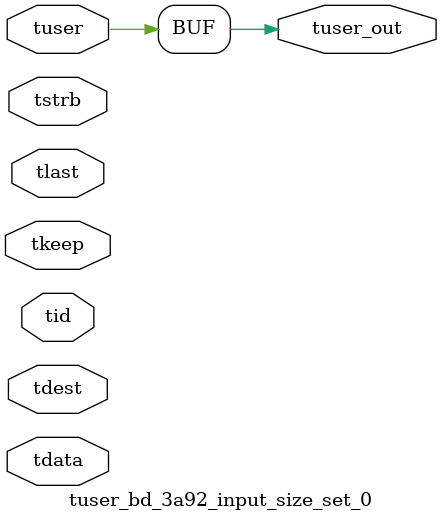
<source format=v>


`timescale 1ps/1ps

module tuser_bd_3a92_input_size_set_0 #
(
parameter C_S_AXIS_TUSER_WIDTH = 1,
parameter C_S_AXIS_TDATA_WIDTH = 32,
parameter C_S_AXIS_TID_WIDTH   = 0,
parameter C_S_AXIS_TDEST_WIDTH = 0,
parameter C_M_AXIS_TUSER_WIDTH = 1
)
(
input  [(C_S_AXIS_TUSER_WIDTH == 0 ? 1 : C_S_AXIS_TUSER_WIDTH)-1:0     ] tuser,
input  [(C_S_AXIS_TDATA_WIDTH == 0 ? 1 : C_S_AXIS_TDATA_WIDTH)-1:0     ] tdata,
input  [(C_S_AXIS_TID_WIDTH   == 0 ? 1 : C_S_AXIS_TID_WIDTH)-1:0       ] tid,
input  [(C_S_AXIS_TDEST_WIDTH == 0 ? 1 : C_S_AXIS_TDEST_WIDTH)-1:0     ] tdest,
input  [(C_S_AXIS_TDATA_WIDTH/8)-1:0 ] tkeep,
input  [(C_S_AXIS_TDATA_WIDTH/8)-1:0 ] tstrb,
input                                                                    tlast,
output [C_M_AXIS_TUSER_WIDTH-1:0] tuser_out
);

assign tuser_out = {tuser[0:0]};

endmodule


</source>
